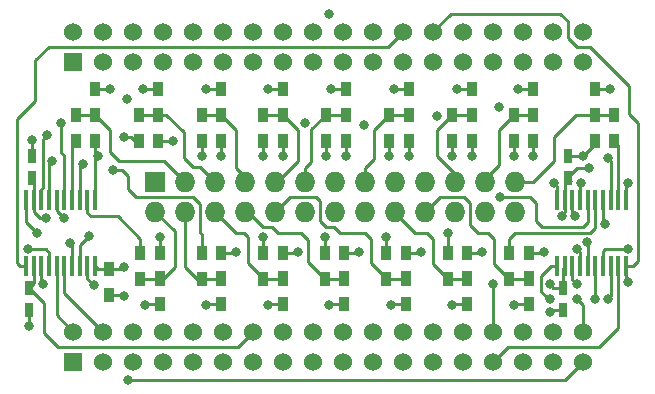
<source format=gbr>
G04 #@! TF.FileFunction,Copper,L1,Top,Signal*
%FSLAX46Y46*%
G04 Gerber Fmt 4.6, Leading zero omitted, Abs format (unit mm)*
G04 Created by KiCad (PCBNEW 4.0.2+dfsg1-stable) date Thu 26 Jul 2018 23:23:47 BST*
%MOMM*%
G01*
G04 APERTURE LIST*
%ADD10C,0.100000*%
%ADD11C,1.524000*%
%ADD12R,1.524000X1.524000*%
%ADD13R,0.750000X1.200000*%
%ADD14R,0.900000X1.200000*%
%ADD15R,1.727200X1.727200*%
%ADD16O,1.727200X1.727200*%
%ADD17R,0.355600X1.676400*%
%ADD18C,0.800000*%
%ADD19C,0.254000*%
G04 APERTURE END LIST*
D10*
D11*
X170091100Y-116433600D03*
X170091100Y-118973600D03*
X167551100Y-116433600D03*
X167551100Y-118973600D03*
X165011100Y-116433600D03*
X165011100Y-118973600D03*
X162471100Y-116433600D03*
X162471100Y-118973600D03*
X159931100Y-116433600D03*
X159931100Y-118973600D03*
X157391100Y-116433600D03*
X157391100Y-118973600D03*
X154851100Y-116433600D03*
X154851100Y-118973600D03*
X152311100Y-116433600D03*
X152311100Y-118973600D03*
X149771100Y-116433600D03*
X149771100Y-118973600D03*
X147231100Y-116433600D03*
X147231100Y-118973600D03*
X144691100Y-116433600D03*
X144691100Y-118973600D03*
X142151100Y-116433600D03*
X142151100Y-118973600D03*
X139611100Y-116433600D03*
X139611100Y-118973600D03*
X137071100Y-116433600D03*
X137071100Y-118973600D03*
X134531100Y-116433600D03*
X134531100Y-118973600D03*
X131991100Y-116433600D03*
X131991100Y-118973600D03*
X129451100Y-116433600D03*
X129451100Y-118973600D03*
X126911100Y-116433600D03*
D12*
X126911100Y-118973600D03*
D11*
X170091100Y-91033600D03*
X170091100Y-93573600D03*
X167551100Y-91033600D03*
X167551100Y-93573600D03*
X165011100Y-91033600D03*
X165011100Y-93573600D03*
X162471100Y-91033600D03*
X162471100Y-93573600D03*
X159931100Y-91033600D03*
X159931100Y-93573600D03*
X157391100Y-91033600D03*
X157391100Y-93573600D03*
X154851100Y-91033600D03*
X154851100Y-93573600D03*
X152311100Y-91033600D03*
X152311100Y-93573600D03*
X149771100Y-91033600D03*
X149771100Y-93573600D03*
X147231100Y-91033600D03*
X147231100Y-93573600D03*
X144691100Y-91033600D03*
X144691100Y-93573600D03*
X142151100Y-91033600D03*
X142151100Y-93573600D03*
X139611100Y-91033600D03*
X139611100Y-93573600D03*
X137071100Y-91033600D03*
X137071100Y-93573600D03*
X134531100Y-91033600D03*
X134531100Y-93573600D03*
X131991100Y-91033600D03*
X131991100Y-93573600D03*
X129451100Y-91033600D03*
X129451100Y-93573600D03*
X126911100Y-91033600D03*
D12*
X126911100Y-93573600D03*
D13*
X123190000Y-112715000D03*
X123190000Y-114615000D03*
X123444000Y-103439000D03*
X123444000Y-101539000D03*
X168402000Y-112715000D03*
X168402000Y-114615000D03*
X168783000Y-103439000D03*
X168783000Y-101539000D03*
D14*
X127127000Y-100287000D03*
X127127000Y-98087000D03*
X132461000Y-100287000D03*
X132461000Y-98087000D03*
X137795000Y-100287000D03*
X137795000Y-98087000D03*
X143002000Y-100287000D03*
X143002000Y-98087000D03*
X148336000Y-100287000D03*
X148336000Y-98087000D03*
X153670000Y-100287000D03*
X153670000Y-98087000D03*
X159004000Y-100287000D03*
X159004000Y-98087000D03*
X164211000Y-100287000D03*
X164211000Y-98087000D03*
X172720000Y-100287000D03*
X172720000Y-98087000D03*
X163830000Y-111971000D03*
X163830000Y-109771000D03*
X158623000Y-111971000D03*
X158623000Y-109771000D03*
X153416000Y-111971000D03*
X153416000Y-109771000D03*
X148209000Y-111971000D03*
X148209000Y-109771000D03*
X143002000Y-111971000D03*
X143002000Y-109771000D03*
X137795000Y-111971000D03*
X137795000Y-109771000D03*
X132588000Y-111971000D03*
X132588000Y-109771000D03*
X128778000Y-100287000D03*
X128778000Y-98087000D03*
X134112000Y-100287000D03*
X134112000Y-98087000D03*
X139446000Y-100287000D03*
X139446000Y-98087000D03*
X144653000Y-100287000D03*
X144653000Y-98087000D03*
X149987000Y-100287000D03*
X149987000Y-98087000D03*
X155321000Y-100287000D03*
X155321000Y-98087000D03*
X160655000Y-100287000D03*
X160655000Y-98087000D03*
X165862000Y-100287000D03*
X165862000Y-98087000D03*
X171069000Y-100287000D03*
X171069000Y-98087000D03*
X165481000Y-109771000D03*
X165481000Y-111971000D03*
X160274000Y-109771000D03*
X160274000Y-111971000D03*
X155067000Y-109771000D03*
X155067000Y-111971000D03*
X149860000Y-109771000D03*
X149860000Y-111971000D03*
X144653000Y-109771000D03*
X144653000Y-111971000D03*
X139446000Y-109771000D03*
X139446000Y-111971000D03*
X134239000Y-109771000D03*
X134239000Y-111971000D03*
D15*
X133858000Y-103759000D03*
D16*
X133858000Y-106299000D03*
X136398000Y-103759000D03*
X136398000Y-106299000D03*
X138938000Y-103759000D03*
X138938000Y-106299000D03*
X141478000Y-103759000D03*
X141478000Y-106299000D03*
X144018000Y-103759000D03*
X144018000Y-106299000D03*
X146558000Y-103759000D03*
X146558000Y-106299000D03*
X149098000Y-103759000D03*
X149098000Y-106299000D03*
X151638000Y-103759000D03*
X151638000Y-106299000D03*
X154178000Y-103759000D03*
X154178000Y-106299000D03*
X156718000Y-103759000D03*
X156718000Y-106299000D03*
X159258000Y-103759000D03*
X159258000Y-106299000D03*
X161798000Y-103759000D03*
X161798000Y-106299000D03*
X164338000Y-103759000D03*
X164338000Y-106299000D03*
D14*
X129921000Y-111168000D03*
X129921000Y-113368000D03*
X128778000Y-95928000D03*
X128778000Y-98128000D03*
X134112000Y-95928000D03*
X134112000Y-98128000D03*
X139446000Y-95928000D03*
X139446000Y-98128000D03*
X144653000Y-95928000D03*
X144653000Y-98128000D03*
X149987000Y-95928000D03*
X149987000Y-98128000D03*
X155321000Y-95928000D03*
X155321000Y-98128000D03*
X160655000Y-95928000D03*
X160655000Y-98128000D03*
X165862000Y-95928000D03*
X165862000Y-98128000D03*
X171069000Y-95928000D03*
X171069000Y-98128000D03*
X165481000Y-114130000D03*
X165481000Y-111930000D03*
X160274000Y-114130000D03*
X160274000Y-111930000D03*
X155067000Y-114130000D03*
X155067000Y-111930000D03*
X149860000Y-114130000D03*
X149860000Y-111930000D03*
X144653000Y-114130000D03*
X144653000Y-111930000D03*
X139446000Y-114130000D03*
X139446000Y-111930000D03*
X134239000Y-114130000D03*
X134239000Y-111930000D03*
D17*
X122932000Y-110896400D03*
X123582001Y-110896400D03*
X124231999Y-110896400D03*
X124882001Y-110896400D03*
X125531999Y-110896400D03*
X126181998Y-110896400D03*
X126831999Y-110896400D03*
X127481998Y-110896400D03*
X128131999Y-110896400D03*
X128781998Y-110896400D03*
X128782000Y-105257600D03*
X128132002Y-105257600D03*
X127482001Y-105257600D03*
X126832002Y-105257600D03*
X126182001Y-105257600D03*
X125532002Y-105257600D03*
X124882001Y-105257600D03*
X124232002Y-105257600D03*
X123582001Y-105257600D03*
X122932002Y-105257600D03*
X167890000Y-110896400D03*
X168540001Y-110896400D03*
X169189999Y-110896400D03*
X169840001Y-110896400D03*
X170489999Y-110896400D03*
X171139998Y-110896400D03*
X171789999Y-110896400D03*
X172439998Y-110896400D03*
X173089999Y-110896400D03*
X173739998Y-110896400D03*
X173740000Y-105257600D03*
X173090002Y-105257600D03*
X172440001Y-105257600D03*
X171790002Y-105257600D03*
X171140001Y-105257600D03*
X170490002Y-105257600D03*
X169840001Y-105257600D03*
X169190002Y-105257600D03*
X168540001Y-105257600D03*
X167890002Y-105257600D03*
D18*
X167259000Y-114808000D03*
X131191000Y-113411000D03*
X129032000Y-101600000D03*
X166751000Y-109728000D03*
X173863000Y-103886000D03*
X170053000Y-101600000D03*
X145923000Y-109728000D03*
X140716000Y-109728000D03*
X160655000Y-101600000D03*
X151130000Y-109728000D03*
X156337000Y-109728000D03*
X161544000Y-109728000D03*
X135382000Y-100330000D03*
X123444000Y-100203000D03*
X165862000Y-101600000D03*
X155321000Y-101600000D03*
X149987000Y-101600000D03*
X144653000Y-101600000D03*
X139446000Y-101600000D03*
X123190000Y-115951000D03*
X134239000Y-108458000D03*
X167259000Y-112395000D03*
X124587000Y-106807000D03*
X168275000Y-106680000D03*
X170561000Y-102616000D03*
X172339000Y-95885000D03*
X130048000Y-95885000D03*
X164592000Y-95885000D03*
X159385000Y-95885000D03*
X154051000Y-95885000D03*
X148717000Y-95885000D03*
X143383000Y-95885000D03*
X138176000Y-95885000D03*
X132842000Y-95885000D03*
X132969000Y-114173000D03*
X138176000Y-114173000D03*
X143383000Y-114173000D03*
X148590000Y-114173000D03*
X153797000Y-114173000D03*
X159004000Y-114173000D03*
X164211000Y-114173000D03*
X124333000Y-112395000D03*
X173863000Y-112268000D03*
X131191000Y-110998000D03*
X172212000Y-113665000D03*
X170434000Y-108839000D03*
X169545000Y-109474000D03*
X173863000Y-109474000D03*
X148590000Y-89535000D03*
X131445000Y-96774000D03*
X123063000Y-109474000D03*
X169545000Y-113665000D03*
X167259000Y-113665000D03*
X128651000Y-112522000D03*
X131572000Y-120523000D03*
X169545000Y-112395000D03*
X126619000Y-108966000D03*
X171069000Y-113665000D03*
X162433000Y-112395000D03*
X128270000Y-108331000D03*
X127762000Y-102235000D03*
X131191000Y-99949000D03*
X137795000Y-101600000D03*
X125857000Y-98806000D03*
X167640000Y-103886000D03*
X143002000Y-101600000D03*
X169418000Y-106680000D03*
X148336000Y-101600000D03*
X146558000Y-98806000D03*
X153670000Y-101600000D03*
X169926000Y-103886000D03*
X151511000Y-98933000D03*
X159004000Y-101600000D03*
X171958000Y-107315000D03*
X157734000Y-98171000D03*
X172212000Y-101727000D03*
X162941000Y-97409000D03*
X164211000Y-101600000D03*
X163068000Y-105029000D03*
X158623000Y-108077000D03*
X153416000Y-108458000D03*
X123825000Y-108077000D03*
X148209000Y-108458000D03*
X126111000Y-106807000D03*
X125095000Y-101981000D03*
X143002000Y-108458000D03*
X124714000Y-99822000D03*
X130302000Y-102743000D03*
D19*
X168402000Y-114615000D02*
X167452000Y-114615000D01*
X167452000Y-114615000D02*
X167259000Y-114808000D01*
X129921000Y-113368000D02*
X131148000Y-113368000D01*
X131148000Y-113368000D02*
X131191000Y-113411000D01*
X128782000Y-101600000D02*
X129032000Y-101600000D01*
X128782000Y-105257600D02*
X128782000Y-101600000D01*
X128782000Y-101600000D02*
X128782000Y-101604000D01*
X128782000Y-101604000D02*
X128778000Y-101600000D01*
X165481000Y-109771000D02*
X166708000Y-109771000D01*
X166708000Y-109771000D02*
X166751000Y-109728000D01*
X173740000Y-105257600D02*
X173740000Y-104009000D01*
X173740000Y-104009000D02*
X173863000Y-103886000D01*
X168783000Y-101539000D02*
X169992000Y-101539000D01*
X169992000Y-101539000D02*
X170053000Y-101600000D01*
X171069000Y-100287000D02*
X171069000Y-100584000D01*
X171069000Y-100584000D02*
X170053000Y-101600000D01*
X144653000Y-109771000D02*
X145880000Y-109771000D01*
X145880000Y-109771000D02*
X145923000Y-109728000D01*
X139446000Y-109771000D02*
X140673000Y-109771000D01*
X140673000Y-109771000D02*
X140716000Y-109728000D01*
X160655000Y-100287000D02*
X160655000Y-101600000D01*
X149860000Y-109771000D02*
X151087000Y-109771000D01*
X151087000Y-109771000D02*
X151130000Y-109728000D01*
X155067000Y-109771000D02*
X156294000Y-109771000D01*
X156294000Y-109771000D02*
X156337000Y-109728000D01*
X160274000Y-109771000D02*
X161501000Y-109771000D01*
X161501000Y-109771000D02*
X161544000Y-109728000D01*
X134112000Y-100287000D02*
X135339000Y-100287000D01*
X135339000Y-100287000D02*
X135382000Y-100330000D01*
X123444000Y-101539000D02*
X123444000Y-100203000D01*
X165862000Y-100287000D02*
X165862000Y-101600000D01*
X155321000Y-100287000D02*
X155321000Y-101600000D01*
X149987000Y-100287000D02*
X149987000Y-101600000D01*
X128778000Y-100287000D02*
X128778000Y-101600000D01*
X144653000Y-100287000D02*
X144653000Y-101600000D01*
X139446000Y-100287000D02*
X139446000Y-101600000D01*
X123190000Y-114615000D02*
X123190000Y-115951000D01*
X134239000Y-109771000D02*
X134239000Y-108458000D01*
X168402000Y-112715000D02*
X167579000Y-112715000D01*
X167579000Y-112715000D02*
X167259000Y-112395000D01*
X123190000Y-112715000D02*
X123190000Y-112776000D01*
X123190000Y-112776000D02*
X124460000Y-114046000D01*
X140855700Y-117729000D02*
X142151100Y-116433600D01*
X125603000Y-117729000D02*
X140855700Y-117729000D01*
X124460000Y-116586000D02*
X125603000Y-117729000D01*
X124460000Y-114046000D02*
X124460000Y-116586000D01*
X168402000Y-112715000D02*
X168402000Y-111034401D01*
X168402000Y-111034401D02*
X168540001Y-110896400D01*
X123582001Y-110896400D02*
X123582001Y-112322999D01*
X123582001Y-112322999D02*
X123190000Y-112715000D01*
X123582001Y-105257600D02*
X123582001Y-106310001D01*
X124079000Y-106807000D02*
X124587000Y-106807000D01*
X123582001Y-106310001D02*
X124079000Y-106807000D01*
X168275000Y-106680000D02*
X168275000Y-106553000D01*
X168413001Y-106541999D02*
X168275000Y-106680000D01*
X168540001Y-106287999D02*
X168540001Y-105257600D01*
X168275000Y-106553000D02*
X168540001Y-106287999D01*
X168783000Y-103439000D02*
X168783000Y-103378000D01*
X168783000Y-103378000D02*
X169545000Y-102616000D01*
X169545000Y-102616000D02*
X170561000Y-102616000D01*
X171069000Y-95928000D02*
X172296000Y-95928000D01*
X172296000Y-95928000D02*
X172339000Y-95885000D01*
X128778000Y-95928000D02*
X130005000Y-95928000D01*
X130005000Y-95928000D02*
X130048000Y-95885000D01*
X168540001Y-105257600D02*
X168540001Y-103681999D01*
X168540001Y-103681999D02*
X168783000Y-103439000D01*
X165862000Y-95928000D02*
X164635000Y-95928000D01*
X164635000Y-95928000D02*
X164592000Y-95885000D01*
X160655000Y-95928000D02*
X159428000Y-95928000D01*
X159428000Y-95928000D02*
X159385000Y-95885000D01*
X155321000Y-95928000D02*
X154094000Y-95928000D01*
X154094000Y-95928000D02*
X154051000Y-95885000D01*
X149987000Y-95928000D02*
X148760000Y-95928000D01*
X148760000Y-95928000D02*
X148717000Y-95885000D01*
X144653000Y-95928000D02*
X143426000Y-95928000D01*
X143426000Y-95928000D02*
X143383000Y-95885000D01*
X139446000Y-95928000D02*
X138219000Y-95928000D01*
X138219000Y-95928000D02*
X138176000Y-95885000D01*
X134112000Y-95928000D02*
X132885000Y-95928000D01*
X132885000Y-95928000D02*
X132842000Y-95885000D01*
X134239000Y-114130000D02*
X133012000Y-114130000D01*
X133012000Y-114130000D02*
X132969000Y-114173000D01*
X139446000Y-114130000D02*
X138219000Y-114130000D01*
X138219000Y-114130000D02*
X138176000Y-114173000D01*
X144653000Y-114130000D02*
X143426000Y-114130000D01*
X143426000Y-114130000D02*
X143383000Y-114173000D01*
X149860000Y-114130000D02*
X148633000Y-114130000D01*
X148633000Y-114130000D02*
X148590000Y-114173000D01*
X155067000Y-114130000D02*
X153840000Y-114130000D01*
X153840000Y-114130000D02*
X153797000Y-114173000D01*
X160274000Y-114130000D02*
X159047000Y-114130000D01*
X159047000Y-114130000D02*
X159004000Y-114173000D01*
X165481000Y-114130000D02*
X164254000Y-114130000D01*
X164254000Y-114130000D02*
X164211000Y-114173000D01*
X169048001Y-103704001D02*
X168783000Y-103439000D01*
X123582001Y-105257600D02*
X123582001Y-103577001D01*
X123582001Y-103577001D02*
X123444000Y-103439000D01*
X124231999Y-112293999D02*
X124231999Y-110896400D01*
X124333000Y-112395000D02*
X124231999Y-112293999D01*
X147231100Y-91033600D02*
X147231100Y-90970100D01*
X133477000Y-92329000D02*
X124841000Y-92329000D01*
X124841000Y-92329000D02*
X123698000Y-93472000D01*
X123698000Y-93472000D02*
X123698000Y-96901000D01*
X123698000Y-96901000D02*
X122174000Y-98425000D01*
X122174000Y-98425000D02*
X122174000Y-110617000D01*
X122174000Y-110617000D02*
X122453400Y-110896400D01*
X122453400Y-110896400D02*
X122932000Y-110896400D01*
X154851100Y-91033600D02*
X154838400Y-91033600D01*
X154838400Y-91033600D02*
X153543000Y-92329000D01*
X153543000Y-92329000D02*
X133477000Y-92329000D01*
X133477000Y-92329000D02*
X133350000Y-92329000D01*
X173739998Y-112144998D02*
X173863000Y-112268000D01*
X173739998Y-110896400D02*
X173739998Y-112144998D01*
X131021000Y-111168000D02*
X129921000Y-111168000D01*
X131191000Y-110998000D02*
X131021000Y-111168000D01*
X157391100Y-91033600D02*
X157391100Y-91020900D01*
X157391100Y-91020900D02*
X158877000Y-89535000D01*
X158877000Y-89535000D02*
X168148000Y-89535000D01*
X168148000Y-89535000D02*
X168783000Y-90170000D01*
X168783000Y-90170000D02*
X168783000Y-91567000D01*
X168783000Y-91567000D02*
X169545000Y-92329000D01*
X169545000Y-92329000D02*
X170688000Y-92329000D01*
X170688000Y-92329000D02*
X173990000Y-95631000D01*
X173990000Y-95631000D02*
X173990000Y-98044000D01*
X173990000Y-98044000D02*
X174752000Y-98806000D01*
X174752000Y-98806000D02*
X174752000Y-110490000D01*
X174752000Y-110490000D02*
X174345600Y-110896400D01*
X174345600Y-110896400D02*
X173739998Y-110896400D01*
X129921000Y-111168000D02*
X129053598Y-111168000D01*
X129053598Y-111168000D02*
X128781998Y-110896400D01*
X172439998Y-110896400D02*
X172439998Y-113437002D01*
X172439998Y-113437002D02*
X172212000Y-113665000D01*
X170489999Y-108894999D02*
X170434000Y-108839000D01*
X170489999Y-110896400D02*
X170489999Y-108894999D01*
X169840001Y-109769001D02*
X169545000Y-109474000D01*
X169840001Y-110896400D02*
X169840001Y-109769001D01*
X171789999Y-109642001D02*
X171958000Y-109474000D01*
X171958000Y-109474000D02*
X173863000Y-109474000D01*
X171789999Y-110896400D02*
X171789999Y-109642001D01*
X124882001Y-109769001D02*
X124882001Y-110896400D01*
X124587000Y-109474000D02*
X123063000Y-109474000D01*
X124882001Y-109769001D02*
X124587000Y-109474000D01*
X167259000Y-113665000D02*
X167132000Y-113665000D01*
X167132000Y-113665000D02*
X166497000Y-113030000D01*
X166497000Y-113030000D02*
X166497000Y-111760000D01*
X166497000Y-111760000D02*
X167360600Y-110896400D01*
X167360600Y-110896400D02*
X167890000Y-110896400D01*
X170091100Y-116433600D02*
X170091100Y-114211100D01*
X170091100Y-114211100D02*
X169545000Y-113665000D01*
X167868600Y-110896400D02*
X167890000Y-110896400D01*
X128131999Y-110896400D02*
X128131999Y-112002999D01*
X128131999Y-112002999D02*
X128651000Y-112522000D01*
X168529000Y-120523000D02*
X170078400Y-118973600D01*
X168529000Y-120523000D02*
X131572000Y-120523000D01*
X170091100Y-118973600D02*
X170078400Y-118973600D01*
X169189999Y-110896400D02*
X169189999Y-112039999D01*
X169189999Y-112039999D02*
X169545000Y-112395000D01*
X126831999Y-109178999D02*
X126619000Y-108966000D01*
X126831999Y-110896400D02*
X126831999Y-109178999D01*
X171139998Y-110896400D02*
X171139998Y-113594002D01*
X171139998Y-113594002D02*
X171069000Y-113665000D01*
X127481998Y-110896400D02*
X127481998Y-109119002D01*
X162471100Y-112433100D02*
X162471100Y-116433600D01*
X162433000Y-112395000D02*
X162471100Y-112433100D01*
X127481998Y-109119002D02*
X128270000Y-108331000D01*
X173089999Y-110896400D02*
X173089999Y-116089001D01*
X163715700Y-117729000D02*
X162471100Y-118973600D01*
X171450000Y-117729000D02*
X163715700Y-117729000D01*
X173089999Y-116089001D02*
X171450000Y-117729000D01*
X126181998Y-110896400D02*
X126181998Y-113164498D01*
X126181998Y-113164498D02*
X129451100Y-116433600D01*
X125531999Y-110896400D02*
X125531999Y-115054499D01*
X125531999Y-115054499D02*
X126911100Y-116433600D01*
X126832002Y-100581998D02*
X127127000Y-100287000D01*
X126832002Y-105257600D02*
X126832002Y-100581998D01*
X136398000Y-103759000D02*
X134620000Y-101981000D01*
X130048000Y-99357000D02*
X128778000Y-98087000D01*
X130048000Y-101219000D02*
X130048000Y-99357000D01*
X130810000Y-101981000D02*
X130048000Y-101219000D01*
X134620000Y-101981000D02*
X130810000Y-101981000D01*
X127127000Y-98087000D02*
X128778000Y-98087000D01*
X127482001Y-105257600D02*
X127482001Y-102514999D01*
X127482001Y-102514999D02*
X127762000Y-102235000D01*
X131191000Y-99949000D02*
X131826000Y-99949000D01*
X131826000Y-99949000D02*
X132164000Y-100287000D01*
X132164000Y-100287000D02*
X132461000Y-100287000D01*
X138938000Y-103759000D02*
X137668000Y-102489000D01*
X134790000Y-98087000D02*
X134112000Y-98087000D01*
X136271000Y-99568000D02*
X134790000Y-98087000D01*
X136271000Y-101727000D02*
X136271000Y-99568000D01*
X137033000Y-102489000D02*
X136271000Y-101727000D01*
X137668000Y-102489000D02*
X137033000Y-102489000D01*
X132461000Y-98087000D02*
X134112000Y-98087000D01*
X137795000Y-100287000D02*
X137795000Y-101600000D01*
X126182001Y-101544001D02*
X125857000Y-101219000D01*
X125857000Y-101219000D02*
X125857000Y-98806000D01*
X126182001Y-101544001D02*
X126182001Y-105257600D01*
X141478000Y-103759000D02*
X141478000Y-103378000D01*
X141478000Y-103378000D02*
X140716000Y-102616000D01*
X140716000Y-99357000D02*
X139446000Y-98087000D01*
X140716000Y-102616000D02*
X140716000Y-99357000D01*
X137795000Y-98087000D02*
X139446000Y-98087000D01*
X167890002Y-104136002D02*
X167640000Y-103886000D01*
X167890002Y-105257600D02*
X167890002Y-104136002D01*
X143002000Y-101600000D02*
X143002000Y-100287000D01*
X144018000Y-103759000D02*
X144145000Y-103759000D01*
X144145000Y-103759000D02*
X145923000Y-101981000D01*
X145923000Y-99357000D02*
X144653000Y-98087000D01*
X145923000Y-101981000D02*
X145923000Y-99357000D01*
X144018000Y-103759000D02*
X144018000Y-103378000D01*
X143002000Y-98087000D02*
X144653000Y-98087000D01*
X169190002Y-106452002D02*
X169418000Y-106680000D01*
X169190002Y-105257600D02*
X169190002Y-106452002D01*
X148336000Y-101600000D02*
X148336000Y-100287000D01*
X146558000Y-103759000D02*
X146558000Y-102616000D01*
X147066000Y-99314000D02*
X148293000Y-98087000D01*
X147066000Y-102108000D02*
X147066000Y-99314000D01*
X146558000Y-102616000D02*
X147066000Y-102108000D01*
X148293000Y-98087000D02*
X148336000Y-98087000D01*
X148336000Y-98087000D02*
X149987000Y-98087000D01*
X153670000Y-100287000D02*
X153670000Y-101600000D01*
X169840001Y-103971999D02*
X169926000Y-103886000D01*
X169840001Y-103971999D02*
X169840001Y-105257600D01*
X151638000Y-103759000D02*
X151638000Y-102616000D01*
X152400000Y-99357000D02*
X153670000Y-98087000D01*
X152400000Y-101854000D02*
X152400000Y-99357000D01*
X151638000Y-102616000D02*
X152400000Y-101854000D01*
X153670000Y-98087000D02*
X155321000Y-98087000D01*
X159004000Y-100287000D02*
X159004000Y-101600000D01*
X171790002Y-107147002D02*
X171958000Y-107315000D01*
X171790002Y-107147002D02*
X171790002Y-105257600D01*
X159258000Y-103759000D02*
X159258000Y-103124000D01*
X159258000Y-103124000D02*
X157734000Y-101600000D01*
X157734000Y-101600000D02*
X157734000Y-99357000D01*
X157734000Y-99357000D02*
X159004000Y-98087000D01*
X159004000Y-98087000D02*
X160655000Y-98087000D01*
X172440001Y-101955001D02*
X172212000Y-101727000D01*
X172440001Y-105257600D02*
X172440001Y-101955001D01*
X164211000Y-101600000D02*
X164211000Y-100287000D01*
X161798000Y-103759000D02*
X161798000Y-103505000D01*
X161798000Y-103505000D02*
X162941000Y-102362000D01*
X162941000Y-102362000D02*
X162941000Y-99357000D01*
X162941000Y-99357000D02*
X164211000Y-98087000D01*
X164211000Y-98087000D02*
X165862000Y-98087000D01*
X173090002Y-105257600D02*
X173090002Y-100657002D01*
X173090002Y-100657002D02*
X172720000Y-100287000D01*
X172720000Y-98087000D02*
X171069000Y-98087000D01*
X164338000Y-103759000D02*
X165862000Y-103759000D01*
X165862000Y-103759000D02*
X167640000Y-101981000D01*
X167640000Y-101981000D02*
X167640000Y-99949000D01*
X167640000Y-99949000D02*
X169502000Y-98087000D01*
X169502000Y-98087000D02*
X171069000Y-98087000D01*
X163830000Y-111971000D02*
X163787000Y-111971000D01*
X163787000Y-111971000D02*
X162560000Y-110744000D01*
X162560000Y-110744000D02*
X162560000Y-108585000D01*
X162560000Y-108585000D02*
X162052000Y-108077000D01*
X162052000Y-108077000D02*
X161163000Y-108077000D01*
X161163000Y-108077000D02*
X160528000Y-107442000D01*
X160528000Y-107442000D02*
X160528000Y-105537000D01*
X160528000Y-105537000D02*
X160020000Y-105029000D01*
X160020000Y-105029000D02*
X157988000Y-105029000D01*
X157988000Y-105029000D02*
X156718000Y-106299000D01*
X163830000Y-111971000D02*
X163787000Y-111971000D01*
X163830000Y-111971000D02*
X165481000Y-111971000D01*
X163830000Y-109771000D02*
X163830000Y-108585000D01*
X163830000Y-108585000D02*
X164338000Y-108077000D01*
X164338000Y-108077000D02*
X170688000Y-108077000D01*
X170688000Y-108077000D02*
X171140001Y-107624999D01*
X171140001Y-107624999D02*
X171140001Y-105257600D01*
X157353000Y-110701000D02*
X158623000Y-111971000D01*
X157353000Y-108585000D02*
X157353000Y-110701000D01*
X156845000Y-108077000D02*
X157353000Y-108585000D01*
X155829000Y-108077000D02*
X156845000Y-108077000D01*
X154178000Y-106426000D02*
X155829000Y-108077000D01*
X154178000Y-106299000D02*
X154178000Y-106426000D01*
X154178000Y-106299000D02*
X154432000Y-106299000D01*
X158623000Y-111971000D02*
X160274000Y-111971000D01*
X170490002Y-105257600D02*
X170490002Y-107131998D01*
X170490002Y-107131998D02*
X170053000Y-107569000D01*
X170053000Y-107569000D02*
X166624000Y-107569000D01*
X166624000Y-107569000D02*
X166116000Y-107061000D01*
X166116000Y-107061000D02*
X166116000Y-105537000D01*
X166116000Y-105537000D02*
X165608000Y-105029000D01*
X165608000Y-105029000D02*
X163068000Y-105029000D01*
X158623000Y-108077000D02*
X158623000Y-109771000D01*
X153416000Y-111971000D02*
X153416000Y-111887000D01*
X153416000Y-111887000D02*
X152146000Y-110617000D01*
X152146000Y-110617000D02*
X152146000Y-108585000D01*
X152146000Y-108585000D02*
X151638000Y-108077000D01*
X151638000Y-108077000D02*
X149479000Y-108077000D01*
X149479000Y-108077000D02*
X148971000Y-107569000D01*
X148971000Y-107569000D02*
X148336000Y-107569000D01*
X148336000Y-107569000D02*
X147828000Y-107061000D01*
X147828000Y-107061000D02*
X147828000Y-105410000D01*
X147828000Y-105410000D02*
X147447000Y-105029000D01*
X147447000Y-105029000D02*
X145288000Y-105029000D01*
X145288000Y-105029000D02*
X144018000Y-106299000D01*
X145288000Y-105029000D02*
X144018000Y-106299000D01*
X147447000Y-105029000D02*
X145288000Y-105029000D01*
X147828000Y-105410000D02*
X147447000Y-105029000D01*
X152146000Y-110617000D02*
X152146000Y-108585000D01*
X153416000Y-111887000D02*
X152146000Y-110617000D01*
X155067000Y-111971000D02*
X153416000Y-111971000D01*
X122932002Y-105257600D02*
X122932002Y-107184002D01*
X153416000Y-108458000D02*
X153416000Y-109771000D01*
X122932002Y-107184002D02*
X123825000Y-108077000D01*
X141478000Y-106299000D02*
X141732000Y-106299000D01*
X141732000Y-106299000D02*
X143002000Y-107569000D01*
X143002000Y-107569000D02*
X143764000Y-107569000D01*
X143764000Y-107569000D02*
X144272000Y-108077000D01*
X144272000Y-108077000D02*
X146177000Y-108077000D01*
X146177000Y-108077000D02*
X146812000Y-108712000D01*
X146812000Y-108712000D02*
X146812000Y-110574000D01*
X146812000Y-110574000D02*
X148209000Y-111971000D01*
X148209000Y-111971000D02*
X148209000Y-111887000D01*
X148209000Y-111971000D02*
X149860000Y-111971000D01*
X148209000Y-109771000D02*
X148209000Y-108458000D01*
X125532002Y-106228002D02*
X126111000Y-106807000D01*
X125532002Y-106228002D02*
X125532002Y-105257600D01*
X143002000Y-111971000D02*
X143002000Y-111887000D01*
X143002000Y-111887000D02*
X141732000Y-110617000D01*
X141732000Y-110617000D02*
X141732000Y-108458000D01*
X141732000Y-108458000D02*
X141351000Y-108077000D01*
X141351000Y-108077000D02*
X140716000Y-108077000D01*
X140716000Y-108077000D02*
X138938000Y-106299000D01*
X143002000Y-111971000D02*
X144653000Y-111971000D01*
X143002000Y-109771000D02*
X143002000Y-108458000D01*
X124882001Y-102193999D02*
X124882001Y-105257600D01*
X125095000Y-101981000D02*
X124882001Y-102193999D01*
X137795000Y-111971000D02*
X137371000Y-111971000D01*
X137371000Y-111971000D02*
X136398000Y-110998000D01*
X136398000Y-110998000D02*
X136398000Y-106299000D01*
X137795000Y-111971000D02*
X139446000Y-111971000D01*
X137795000Y-109771000D02*
X137795000Y-108204000D01*
X124232002Y-104367998D02*
X124232002Y-105257600D01*
X124333000Y-104267000D02*
X124232002Y-104367998D01*
X124333000Y-100203000D02*
X124333000Y-104267000D01*
X124714000Y-99822000D02*
X124333000Y-100203000D01*
X131064000Y-102743000D02*
X130302000Y-102743000D01*
X131572000Y-103251000D02*
X131064000Y-102743000D01*
X131572000Y-104394000D02*
X131572000Y-103251000D01*
X132207000Y-105029000D02*
X131572000Y-104394000D01*
X137033000Y-105029000D02*
X132207000Y-105029000D01*
X137668000Y-105664000D02*
X137033000Y-105029000D01*
X137668000Y-108077000D02*
X137668000Y-105664000D01*
X137795000Y-108204000D02*
X137668000Y-108077000D01*
X134239000Y-111971000D02*
X134536000Y-111971000D01*
X134536000Y-111971000D02*
X135509000Y-110998000D01*
X135509000Y-110998000D02*
X135509000Y-107950000D01*
X135509000Y-107950000D02*
X133858000Y-106299000D01*
X134239000Y-111971000D02*
X134536000Y-111971000D01*
X132588000Y-111971000D02*
X134239000Y-111971000D01*
X128132002Y-105257600D02*
X128132002Y-106415002D01*
X132588000Y-108585000D02*
X132588000Y-109771000D01*
X130683000Y-106680000D02*
X132588000Y-108585000D01*
X128397000Y-106680000D02*
X130683000Y-106680000D01*
X128132002Y-106415002D02*
X128397000Y-106680000D01*
M02*

</source>
